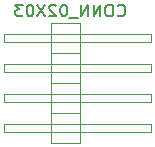
<source format=gbr>
G04 #@! TF.FileFunction,Other,Fab,Bot*
%FSLAX46Y46*%
G04 Gerber Fmt 4.6, Leading zero omitted, Abs format (unit mm)*
G04 Created by KiCad (PCBNEW 4.0.6) date Monday, October 02, 2017 'PMt' 03:48:25 PM*
%MOMM*%
%LPD*%
G01*
G04 APERTURE LIST*
%ADD10C,0.100000*%
%ADD11C,0.150000*%
G04 APERTURE END LIST*
D10*
X166246000Y-109601000D02*
X166246000Y-107061000D01*
X166246000Y-107061000D02*
X168746000Y-107061000D01*
X168746000Y-107061000D02*
X168746000Y-109601000D01*
X168746000Y-109601000D02*
X166246000Y-109601000D01*
X162306000Y-108651000D02*
X162306000Y-108011000D01*
X162306000Y-108011000D02*
X174746000Y-108011000D01*
X174746000Y-108011000D02*
X174746000Y-108651000D01*
X174746000Y-108651000D02*
X162306000Y-108651000D01*
X166246000Y-107061000D02*
X166246000Y-104521000D01*
X166246000Y-104521000D02*
X168746000Y-104521000D01*
X168746000Y-104521000D02*
X168746000Y-107061000D01*
X168746000Y-107061000D02*
X166246000Y-107061000D01*
X162306000Y-106111000D02*
X162306000Y-105471000D01*
X162306000Y-105471000D02*
X174746000Y-105471000D01*
X174746000Y-105471000D02*
X174746000Y-106111000D01*
X174746000Y-106111000D02*
X162306000Y-106111000D01*
X166246000Y-104521000D02*
X166246000Y-101981000D01*
X166246000Y-101981000D02*
X168746000Y-101981000D01*
X168746000Y-101981000D02*
X168746000Y-104521000D01*
X168746000Y-104521000D02*
X166246000Y-104521000D01*
X162306000Y-103571000D02*
X162306000Y-102931000D01*
X162306000Y-102931000D02*
X174746000Y-102931000D01*
X174746000Y-102931000D02*
X174746000Y-103571000D01*
X174746000Y-103571000D02*
X162306000Y-103571000D01*
X166246000Y-101981000D02*
X166246000Y-99441000D01*
X166246000Y-99441000D02*
X168746000Y-99441000D01*
X168746000Y-99441000D02*
X168746000Y-101981000D01*
X168746000Y-101981000D02*
X166246000Y-101981000D01*
X162306000Y-101031000D02*
X162306000Y-100391000D01*
X162306000Y-100391000D02*
X174746000Y-100391000D01*
X174746000Y-100391000D02*
X174746000Y-101031000D01*
X174746000Y-101031000D02*
X162306000Y-101031000D01*
D11*
X171914809Y-98798143D02*
X171962428Y-98845762D01*
X172105285Y-98893381D01*
X172200523Y-98893381D01*
X172343381Y-98845762D01*
X172438619Y-98750524D01*
X172486238Y-98655286D01*
X172533857Y-98464810D01*
X172533857Y-98321952D01*
X172486238Y-98131476D01*
X172438619Y-98036238D01*
X172343381Y-97941000D01*
X172200523Y-97893381D01*
X172105285Y-97893381D01*
X171962428Y-97941000D01*
X171914809Y-97988619D01*
X171295762Y-97893381D02*
X171105285Y-97893381D01*
X171010047Y-97941000D01*
X170914809Y-98036238D01*
X170867190Y-98226714D01*
X170867190Y-98560048D01*
X170914809Y-98750524D01*
X171010047Y-98845762D01*
X171105285Y-98893381D01*
X171295762Y-98893381D01*
X171391000Y-98845762D01*
X171486238Y-98750524D01*
X171533857Y-98560048D01*
X171533857Y-98226714D01*
X171486238Y-98036238D01*
X171391000Y-97941000D01*
X171295762Y-97893381D01*
X170438619Y-98893381D02*
X170438619Y-97893381D01*
X169867190Y-98893381D01*
X169867190Y-97893381D01*
X169391000Y-98893381D02*
X169391000Y-97893381D01*
X168819571Y-98893381D01*
X168819571Y-97893381D01*
X168581476Y-98988619D02*
X167819571Y-98988619D01*
X167391000Y-97893381D02*
X167295761Y-97893381D01*
X167200523Y-97941000D01*
X167152904Y-97988619D01*
X167105285Y-98083857D01*
X167057666Y-98274333D01*
X167057666Y-98512429D01*
X167105285Y-98702905D01*
X167152904Y-98798143D01*
X167200523Y-98845762D01*
X167295761Y-98893381D01*
X167391000Y-98893381D01*
X167486238Y-98845762D01*
X167533857Y-98798143D01*
X167581476Y-98702905D01*
X167629095Y-98512429D01*
X167629095Y-98274333D01*
X167581476Y-98083857D01*
X167533857Y-97988619D01*
X167486238Y-97941000D01*
X167391000Y-97893381D01*
X166676714Y-97988619D02*
X166629095Y-97941000D01*
X166533857Y-97893381D01*
X166295761Y-97893381D01*
X166200523Y-97941000D01*
X166152904Y-97988619D01*
X166105285Y-98083857D01*
X166105285Y-98179095D01*
X166152904Y-98321952D01*
X166724333Y-98893381D01*
X166105285Y-98893381D01*
X165771952Y-97893381D02*
X165105285Y-98893381D01*
X165105285Y-97893381D02*
X165771952Y-98893381D01*
X164533857Y-97893381D02*
X164438618Y-97893381D01*
X164343380Y-97941000D01*
X164295761Y-97988619D01*
X164248142Y-98083857D01*
X164200523Y-98274333D01*
X164200523Y-98512429D01*
X164248142Y-98702905D01*
X164295761Y-98798143D01*
X164343380Y-98845762D01*
X164438618Y-98893381D01*
X164533857Y-98893381D01*
X164629095Y-98845762D01*
X164676714Y-98798143D01*
X164724333Y-98702905D01*
X164771952Y-98512429D01*
X164771952Y-98274333D01*
X164724333Y-98083857D01*
X164676714Y-97988619D01*
X164629095Y-97941000D01*
X164533857Y-97893381D01*
X163867190Y-97893381D02*
X163248142Y-97893381D01*
X163581476Y-98274333D01*
X163438618Y-98274333D01*
X163343380Y-98321952D01*
X163295761Y-98369571D01*
X163248142Y-98464810D01*
X163248142Y-98702905D01*
X163295761Y-98798143D01*
X163343380Y-98845762D01*
X163438618Y-98893381D01*
X163724333Y-98893381D01*
X163819571Y-98845762D01*
X163867190Y-98798143D01*
M02*

</source>
